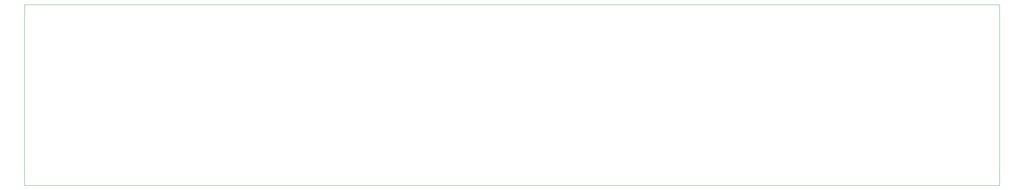
<source format=gbr>
%TF.GenerationSoftware,KiCad,Pcbnew,(6.0.0-0)*%
%TF.CreationDate,2022-03-10T23:18:49-05:00*%
%TF.ProjectId,Backplane-Connector-2022,4261636b-706c-4616-9e65-2d436f6e6e65,rev?*%
%TF.SameCoordinates,Original*%
%TF.FileFunction,Profile,NP*%
%FSLAX46Y46*%
G04 Gerber Fmt 4.6, Leading zero omitted, Abs format (unit mm)*
G04 Created by KiCad (PCBNEW (6.0.0-0)) date 2022-03-10 23:18:49*
%MOMM*%
%LPD*%
G01*
G04 APERTURE LIST*
%TA.AperFunction,Profile*%
%ADD10C,0.100000*%
%TD*%
G04 APERTURE END LIST*
D10*
X162306000Y-191770000D02*
X408178000Y-191770000D01*
X408178000Y-191770000D02*
X408178000Y-146050000D01*
X408178000Y-146050000D02*
X162306000Y-146050000D01*
X162306000Y-146050000D02*
X162306000Y-191770000D01*
M02*

</source>
